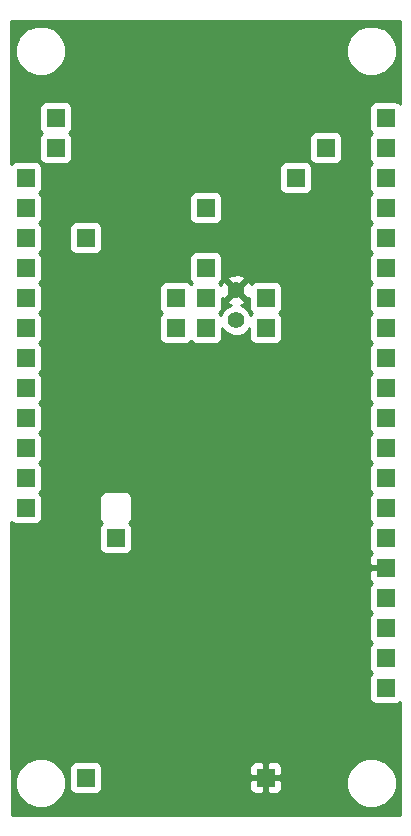
<source format=gbl>
G04 (created by PCBNEW (25-Oct-2014 BZR 4029)-stable) date IDT 23:59:30 2015 ספט 30 ד'*
%MOIN*%
G04 Gerber Fmt 3.4, Leading zero omitted, Abs format*
%FSLAX34Y34*%
G01*
G70*
G90*
G04 APERTURE LIST*
%ADD10C,0.00590551*%
%ADD11R,0.0590551X0.0590551*%
%ADD12C,0.055*%
%ADD13C,0.027*%
%ADD14C,0.01*%
G04 APERTURE END LIST*
G54D10*
G54D11*
X43000Y-42000D03*
X43000Y-30000D03*
X43000Y-41000D03*
X43000Y-31000D03*
X32000Y-29000D03*
X41000Y-30000D03*
X40000Y-31000D03*
X43000Y-47000D03*
X33000Y-51000D03*
X39000Y-51000D03*
X31000Y-42000D03*
X39000Y-35000D03*
X37000Y-34000D03*
X36000Y-34000D03*
X36000Y-35000D03*
X43000Y-35000D03*
X31000Y-31000D03*
X43000Y-43000D03*
X43000Y-29000D03*
X43000Y-40000D03*
X43000Y-45000D03*
X43000Y-44000D03*
X34000Y-43000D03*
X43000Y-46000D03*
X43000Y-32000D03*
X43000Y-39000D03*
X43000Y-33000D03*
X43000Y-38000D03*
X43000Y-37000D03*
X43000Y-34000D03*
X43000Y-36000D03*
X39000Y-36000D03*
X36000Y-36000D03*
X37000Y-36000D03*
G54D12*
X38000Y-34750D03*
X38000Y-35750D03*
G54D11*
X43000Y-48000D03*
X37000Y-32000D03*
X31000Y-32000D03*
X32000Y-30000D03*
X31000Y-41000D03*
X31000Y-39000D03*
X31000Y-33000D03*
X31000Y-40000D03*
X33000Y-33000D03*
X31000Y-34000D03*
X31000Y-38000D03*
X31000Y-37000D03*
X31000Y-35000D03*
X31000Y-36000D03*
X37000Y-35000D03*
G54D13*
X35750Y-29500D03*
X40050Y-46500D03*
X39001Y-29539D03*
X39250Y-45019D03*
X40685Y-41081D03*
X39446Y-41177D03*
X38500Y-38564D03*
X38513Y-37440D03*
X38200Y-46600D03*
X34500Y-36651D03*
X34447Y-41093D03*
X38188Y-40060D03*
X34480Y-47066D03*
X32762Y-46952D03*
X31582Y-45779D03*
X35842Y-51028D03*
X36938Y-40060D03*
X35694Y-41093D03*
G54D10*
G36*
X43480Y-52230D02*
X43360Y-52230D01*
X43360Y-51014D01*
X43232Y-50705D01*
X42996Y-50468D01*
X42687Y-50340D01*
X42353Y-50340D01*
X42044Y-50468D01*
X41807Y-50704D01*
X41679Y-51013D01*
X41679Y-51347D01*
X41806Y-51656D01*
X42042Y-51893D01*
X42351Y-52021D01*
X42686Y-52021D01*
X42995Y-51894D01*
X43231Y-51657D01*
X43360Y-51349D01*
X43360Y-51014D01*
X43360Y-52230D01*
X41545Y-52230D01*
X41545Y-30245D01*
X41545Y-29655D01*
X41507Y-29563D01*
X41437Y-29492D01*
X41345Y-29454D01*
X41245Y-29454D01*
X40655Y-29454D01*
X40563Y-29492D01*
X40492Y-29562D01*
X40454Y-29654D01*
X40454Y-29754D01*
X40454Y-30344D01*
X40492Y-30436D01*
X40562Y-30507D01*
X40654Y-30545D01*
X40754Y-30545D01*
X41344Y-30545D01*
X41436Y-30507D01*
X41507Y-30437D01*
X41545Y-30345D01*
X41545Y-30245D01*
X41545Y-52230D01*
X40545Y-52230D01*
X40545Y-31245D01*
X40545Y-30655D01*
X40507Y-30563D01*
X40437Y-30492D01*
X40345Y-30454D01*
X40245Y-30454D01*
X39655Y-30454D01*
X39563Y-30492D01*
X39492Y-30562D01*
X39454Y-30654D01*
X39454Y-30754D01*
X39454Y-31344D01*
X39492Y-31436D01*
X39562Y-31507D01*
X39654Y-31545D01*
X39754Y-31545D01*
X40344Y-31545D01*
X40436Y-31507D01*
X40507Y-31437D01*
X40545Y-31345D01*
X40545Y-31245D01*
X40545Y-52230D01*
X39545Y-52230D01*
X39545Y-51245D01*
X39545Y-50754D01*
X39545Y-36245D01*
X39545Y-35655D01*
X39507Y-35563D01*
X39444Y-35499D01*
X39507Y-35437D01*
X39545Y-35345D01*
X39545Y-35245D01*
X39545Y-34655D01*
X39507Y-34563D01*
X39437Y-34492D01*
X39345Y-34454D01*
X39245Y-34454D01*
X38655Y-34454D01*
X38563Y-34492D01*
X38495Y-34560D01*
X38460Y-34477D01*
X38367Y-34452D01*
X38297Y-34523D01*
X38297Y-34382D01*
X38272Y-34289D01*
X38075Y-34220D01*
X37867Y-34231D01*
X37727Y-34289D01*
X37702Y-34382D01*
X38000Y-34679D01*
X38297Y-34382D01*
X38297Y-34523D01*
X38070Y-34750D01*
X38367Y-35047D01*
X38454Y-35024D01*
X38454Y-35344D01*
X38492Y-35436D01*
X38555Y-35500D01*
X38492Y-35562D01*
X38491Y-35565D01*
X38445Y-35453D01*
X38297Y-35305D01*
X38171Y-35252D01*
X38272Y-35210D01*
X38297Y-35117D01*
X38000Y-34820D01*
X37702Y-35117D01*
X37727Y-35210D01*
X37837Y-35249D01*
X37703Y-35304D01*
X37555Y-35452D01*
X37508Y-35565D01*
X37507Y-35563D01*
X37444Y-35499D01*
X37507Y-35437D01*
X37545Y-35345D01*
X37545Y-35245D01*
X37545Y-35024D01*
X37632Y-35047D01*
X37929Y-34750D01*
X37632Y-34452D01*
X37539Y-34477D01*
X37508Y-34565D01*
X37507Y-34563D01*
X37444Y-34499D01*
X37507Y-34437D01*
X37545Y-34345D01*
X37545Y-34245D01*
X37545Y-33655D01*
X37545Y-32245D01*
X37545Y-31655D01*
X37507Y-31563D01*
X37437Y-31492D01*
X37345Y-31454D01*
X37245Y-31454D01*
X36655Y-31454D01*
X36563Y-31492D01*
X36492Y-31562D01*
X36454Y-31654D01*
X36454Y-31754D01*
X36454Y-32344D01*
X36492Y-32436D01*
X36562Y-32507D01*
X36654Y-32545D01*
X36754Y-32545D01*
X37344Y-32545D01*
X37436Y-32507D01*
X37507Y-32437D01*
X37545Y-32345D01*
X37545Y-32245D01*
X37545Y-33655D01*
X37507Y-33563D01*
X37437Y-33492D01*
X37345Y-33454D01*
X37245Y-33454D01*
X36655Y-33454D01*
X36563Y-33492D01*
X36492Y-33562D01*
X36454Y-33654D01*
X36454Y-33754D01*
X36454Y-34344D01*
X36492Y-34436D01*
X36555Y-34500D01*
X36499Y-34555D01*
X36437Y-34492D01*
X36345Y-34454D01*
X36245Y-34454D01*
X35655Y-34454D01*
X35563Y-34492D01*
X35492Y-34562D01*
X35454Y-34654D01*
X35454Y-34754D01*
X35454Y-35344D01*
X35492Y-35436D01*
X35555Y-35500D01*
X35492Y-35562D01*
X35454Y-35654D01*
X35454Y-35754D01*
X35454Y-36344D01*
X35492Y-36436D01*
X35562Y-36507D01*
X35654Y-36545D01*
X35754Y-36545D01*
X36344Y-36545D01*
X36436Y-36507D01*
X36500Y-36444D01*
X36562Y-36507D01*
X36654Y-36545D01*
X36754Y-36545D01*
X37344Y-36545D01*
X37436Y-36507D01*
X37507Y-36437D01*
X37545Y-36345D01*
X37545Y-36245D01*
X37545Y-36024D01*
X37554Y-36047D01*
X37702Y-36194D01*
X37895Y-36274D01*
X38103Y-36275D01*
X38297Y-36195D01*
X38444Y-36047D01*
X38454Y-36024D01*
X38454Y-36344D01*
X38492Y-36436D01*
X38562Y-36507D01*
X38654Y-36545D01*
X38754Y-36545D01*
X39344Y-36545D01*
X39436Y-36507D01*
X39507Y-36437D01*
X39545Y-36345D01*
X39545Y-36245D01*
X39545Y-50754D01*
X39545Y-50654D01*
X39507Y-50562D01*
X39436Y-50492D01*
X39344Y-50454D01*
X39112Y-50454D01*
X39050Y-50517D01*
X39050Y-50950D01*
X39482Y-50950D01*
X39545Y-50887D01*
X39545Y-50754D01*
X39545Y-51245D01*
X39545Y-51112D01*
X39482Y-51050D01*
X39050Y-51050D01*
X39050Y-51482D01*
X39112Y-51545D01*
X39344Y-51545D01*
X39436Y-51507D01*
X39507Y-51437D01*
X39545Y-51345D01*
X39545Y-51245D01*
X39545Y-52230D01*
X38950Y-52230D01*
X38950Y-51482D01*
X38950Y-51050D01*
X38950Y-50950D01*
X38950Y-50517D01*
X38887Y-50454D01*
X38655Y-50454D01*
X38563Y-50492D01*
X38492Y-50562D01*
X38454Y-50654D01*
X38454Y-50754D01*
X38454Y-50887D01*
X38517Y-50950D01*
X38950Y-50950D01*
X38950Y-51050D01*
X38517Y-51050D01*
X38454Y-51112D01*
X38454Y-51245D01*
X38454Y-51345D01*
X38492Y-51437D01*
X38563Y-51507D01*
X38655Y-51545D01*
X38887Y-51545D01*
X38950Y-51482D01*
X38950Y-52230D01*
X34545Y-52230D01*
X34545Y-43245D01*
X34545Y-42655D01*
X34507Y-42563D01*
X34444Y-42499D01*
X34507Y-42437D01*
X34545Y-42345D01*
X34545Y-42245D01*
X34545Y-41655D01*
X34507Y-41563D01*
X34437Y-41492D01*
X34345Y-41454D01*
X34245Y-41454D01*
X33655Y-41454D01*
X33563Y-41492D01*
X33545Y-41510D01*
X33545Y-33245D01*
X33545Y-32655D01*
X33507Y-32563D01*
X33437Y-32492D01*
X33345Y-32454D01*
X33245Y-32454D01*
X32655Y-32454D01*
X32563Y-32492D01*
X32545Y-32510D01*
X32545Y-30245D01*
X32545Y-29655D01*
X32507Y-29563D01*
X32444Y-29499D01*
X32507Y-29437D01*
X32545Y-29345D01*
X32545Y-29245D01*
X32545Y-28655D01*
X32507Y-28563D01*
X32437Y-28492D01*
X32345Y-28454D01*
X32336Y-28454D01*
X32336Y-26605D01*
X32209Y-26296D01*
X31972Y-26059D01*
X31663Y-25931D01*
X31329Y-25931D01*
X31020Y-26058D01*
X30783Y-26294D01*
X30655Y-26603D01*
X30655Y-26938D01*
X30783Y-27247D01*
X31019Y-27483D01*
X31328Y-27612D01*
X31662Y-27612D01*
X31971Y-27484D01*
X32208Y-27248D01*
X32336Y-26939D01*
X32336Y-26605D01*
X32336Y-28454D01*
X32245Y-28454D01*
X31655Y-28454D01*
X31563Y-28492D01*
X31492Y-28562D01*
X31454Y-28654D01*
X31454Y-28754D01*
X31454Y-29344D01*
X31492Y-29436D01*
X31555Y-29500D01*
X31492Y-29562D01*
X31454Y-29654D01*
X31454Y-29754D01*
X31454Y-30344D01*
X31492Y-30436D01*
X31562Y-30507D01*
X31654Y-30545D01*
X31754Y-30545D01*
X32344Y-30545D01*
X32436Y-30507D01*
X32507Y-30437D01*
X32545Y-30345D01*
X32545Y-30245D01*
X32545Y-32510D01*
X32492Y-32562D01*
X32454Y-32654D01*
X32454Y-32754D01*
X32454Y-33344D01*
X32492Y-33436D01*
X32562Y-33507D01*
X32654Y-33545D01*
X32754Y-33545D01*
X33344Y-33545D01*
X33436Y-33507D01*
X33507Y-33437D01*
X33545Y-33345D01*
X33545Y-33245D01*
X33545Y-41510D01*
X33492Y-41562D01*
X33454Y-41654D01*
X33454Y-41754D01*
X33454Y-42344D01*
X33492Y-42436D01*
X33555Y-42500D01*
X33492Y-42562D01*
X33454Y-42654D01*
X33454Y-42754D01*
X33454Y-43344D01*
X33492Y-43436D01*
X33562Y-43507D01*
X33654Y-43545D01*
X33754Y-43545D01*
X34344Y-43545D01*
X34436Y-43507D01*
X34507Y-43437D01*
X34545Y-43345D01*
X34545Y-43245D01*
X34545Y-52230D01*
X33545Y-52230D01*
X33545Y-51245D01*
X33545Y-50655D01*
X33507Y-50563D01*
X33437Y-50492D01*
X33345Y-50454D01*
X33245Y-50454D01*
X32655Y-50454D01*
X32563Y-50492D01*
X32492Y-50562D01*
X32454Y-50654D01*
X32454Y-50754D01*
X32454Y-51344D01*
X32492Y-51436D01*
X32562Y-51507D01*
X32654Y-51545D01*
X32754Y-51545D01*
X33344Y-51545D01*
X33436Y-51507D01*
X33507Y-51437D01*
X33545Y-51345D01*
X33545Y-51245D01*
X33545Y-52230D01*
X32336Y-52230D01*
X32336Y-51014D01*
X32209Y-50705D01*
X31972Y-50468D01*
X31663Y-50340D01*
X31329Y-50340D01*
X31020Y-50468D01*
X30783Y-50704D01*
X30655Y-51013D01*
X30655Y-51347D01*
X30783Y-51656D01*
X31019Y-51893D01*
X31328Y-52021D01*
X31662Y-52021D01*
X31971Y-51894D01*
X32208Y-51657D01*
X32336Y-51349D01*
X32336Y-51014D01*
X32336Y-52230D01*
X30547Y-52230D01*
X30519Y-49225D01*
X30519Y-42463D01*
X30562Y-42507D01*
X30654Y-42545D01*
X30754Y-42545D01*
X31344Y-42545D01*
X31436Y-42507D01*
X31507Y-42437D01*
X31545Y-42345D01*
X31545Y-42245D01*
X31545Y-41655D01*
X31507Y-41563D01*
X31444Y-41499D01*
X31507Y-41437D01*
X31545Y-41345D01*
X31545Y-41245D01*
X31545Y-40655D01*
X31507Y-40563D01*
X31444Y-40499D01*
X31507Y-40437D01*
X31545Y-40345D01*
X31545Y-40245D01*
X31545Y-39655D01*
X31507Y-39563D01*
X31444Y-39499D01*
X31507Y-39437D01*
X31545Y-39345D01*
X31545Y-39245D01*
X31545Y-38655D01*
X31507Y-38563D01*
X31444Y-38499D01*
X31507Y-38437D01*
X31545Y-38345D01*
X31545Y-38245D01*
X31545Y-37655D01*
X31507Y-37563D01*
X31444Y-37499D01*
X31507Y-37437D01*
X31545Y-37345D01*
X31545Y-37245D01*
X31545Y-36655D01*
X31507Y-36563D01*
X31444Y-36499D01*
X31507Y-36437D01*
X31545Y-36345D01*
X31545Y-36245D01*
X31545Y-35655D01*
X31507Y-35563D01*
X31444Y-35499D01*
X31507Y-35437D01*
X31545Y-35345D01*
X31545Y-35245D01*
X31545Y-34655D01*
X31507Y-34563D01*
X31444Y-34499D01*
X31507Y-34437D01*
X31545Y-34345D01*
X31545Y-34245D01*
X31545Y-33655D01*
X31507Y-33563D01*
X31444Y-33499D01*
X31507Y-33437D01*
X31545Y-33345D01*
X31545Y-33245D01*
X31545Y-32655D01*
X31507Y-32563D01*
X31444Y-32499D01*
X31507Y-32437D01*
X31545Y-32345D01*
X31545Y-32245D01*
X31545Y-31655D01*
X31507Y-31563D01*
X31444Y-31499D01*
X31507Y-31437D01*
X31545Y-31345D01*
X31545Y-31245D01*
X31545Y-30655D01*
X31507Y-30563D01*
X31437Y-30492D01*
X31345Y-30454D01*
X31245Y-30454D01*
X30655Y-30454D01*
X30563Y-30492D01*
X30519Y-30536D01*
X30519Y-25769D01*
X43480Y-25769D01*
X43480Y-28536D01*
X43437Y-28492D01*
X43360Y-28461D01*
X43360Y-26605D01*
X43232Y-26296D01*
X42996Y-26059D01*
X42687Y-25931D01*
X42353Y-25931D01*
X42044Y-26058D01*
X41807Y-26294D01*
X41679Y-26603D01*
X41679Y-26938D01*
X41806Y-27247D01*
X42042Y-27483D01*
X42351Y-27612D01*
X42686Y-27612D01*
X42995Y-27484D01*
X43231Y-27248D01*
X43360Y-26939D01*
X43360Y-26605D01*
X43360Y-28461D01*
X43345Y-28454D01*
X43245Y-28454D01*
X42655Y-28454D01*
X42563Y-28492D01*
X42492Y-28562D01*
X42454Y-28654D01*
X42454Y-28754D01*
X42454Y-29344D01*
X42492Y-29436D01*
X42555Y-29500D01*
X42492Y-29562D01*
X42454Y-29654D01*
X42454Y-29754D01*
X42454Y-30344D01*
X42492Y-30436D01*
X42555Y-30500D01*
X42492Y-30562D01*
X42454Y-30654D01*
X42454Y-30754D01*
X42454Y-31344D01*
X42492Y-31436D01*
X42555Y-31500D01*
X42492Y-31562D01*
X42454Y-31654D01*
X42454Y-31754D01*
X42454Y-32344D01*
X42492Y-32436D01*
X42555Y-32500D01*
X42492Y-32562D01*
X42454Y-32654D01*
X42454Y-32754D01*
X42454Y-33344D01*
X42492Y-33436D01*
X42555Y-33500D01*
X42492Y-33562D01*
X42454Y-33654D01*
X42454Y-33754D01*
X42454Y-34344D01*
X42492Y-34436D01*
X42555Y-34500D01*
X42492Y-34562D01*
X42454Y-34654D01*
X42454Y-34754D01*
X42454Y-35344D01*
X42492Y-35436D01*
X42555Y-35500D01*
X42492Y-35562D01*
X42454Y-35654D01*
X42454Y-35754D01*
X42454Y-36344D01*
X42492Y-36436D01*
X42555Y-36500D01*
X42492Y-36562D01*
X42454Y-36654D01*
X42454Y-36754D01*
X42454Y-37344D01*
X42492Y-37436D01*
X42555Y-37500D01*
X42492Y-37562D01*
X42454Y-37654D01*
X42454Y-37754D01*
X42454Y-38344D01*
X42492Y-38436D01*
X42555Y-38500D01*
X42492Y-38562D01*
X42454Y-38654D01*
X42454Y-38754D01*
X42454Y-39344D01*
X42492Y-39436D01*
X42555Y-39500D01*
X42492Y-39562D01*
X42454Y-39654D01*
X42454Y-39754D01*
X42454Y-40344D01*
X42492Y-40436D01*
X42555Y-40500D01*
X42492Y-40562D01*
X42454Y-40654D01*
X42454Y-40754D01*
X42454Y-41344D01*
X42492Y-41436D01*
X42555Y-41500D01*
X42492Y-41562D01*
X42454Y-41654D01*
X42454Y-41754D01*
X42454Y-42344D01*
X42492Y-42436D01*
X42555Y-42500D01*
X42492Y-42562D01*
X42454Y-42654D01*
X42454Y-42754D01*
X42454Y-43344D01*
X42492Y-43436D01*
X42555Y-43500D01*
X42492Y-43563D01*
X42454Y-43655D01*
X42454Y-43887D01*
X42517Y-43950D01*
X42950Y-43950D01*
X42950Y-43942D01*
X43050Y-43942D01*
X43050Y-43950D01*
X43057Y-43950D01*
X43057Y-44050D01*
X43050Y-44050D01*
X43050Y-44057D01*
X42950Y-44057D01*
X42950Y-44050D01*
X42517Y-44050D01*
X42454Y-44112D01*
X42454Y-44344D01*
X42492Y-44436D01*
X42555Y-44500D01*
X42492Y-44562D01*
X42454Y-44654D01*
X42454Y-44754D01*
X42454Y-45344D01*
X42492Y-45436D01*
X42555Y-45500D01*
X42492Y-45562D01*
X42454Y-45654D01*
X42454Y-45754D01*
X42454Y-46344D01*
X42492Y-46436D01*
X42555Y-46500D01*
X42492Y-46562D01*
X42454Y-46654D01*
X42454Y-46754D01*
X42454Y-47344D01*
X42492Y-47436D01*
X42555Y-47500D01*
X42492Y-47562D01*
X42454Y-47654D01*
X42454Y-47754D01*
X42454Y-48344D01*
X42492Y-48436D01*
X42562Y-48507D01*
X42654Y-48545D01*
X42754Y-48545D01*
X43344Y-48545D01*
X43436Y-48507D01*
X43480Y-48463D01*
X43480Y-52230D01*
X43480Y-52230D01*
G37*
G54D14*
X43480Y-52230D02*
X43360Y-52230D01*
X43360Y-51014D01*
X43232Y-50705D01*
X42996Y-50468D01*
X42687Y-50340D01*
X42353Y-50340D01*
X42044Y-50468D01*
X41807Y-50704D01*
X41679Y-51013D01*
X41679Y-51347D01*
X41806Y-51656D01*
X42042Y-51893D01*
X42351Y-52021D01*
X42686Y-52021D01*
X42995Y-51894D01*
X43231Y-51657D01*
X43360Y-51349D01*
X43360Y-51014D01*
X43360Y-52230D01*
X41545Y-52230D01*
X41545Y-30245D01*
X41545Y-29655D01*
X41507Y-29563D01*
X41437Y-29492D01*
X41345Y-29454D01*
X41245Y-29454D01*
X40655Y-29454D01*
X40563Y-29492D01*
X40492Y-29562D01*
X40454Y-29654D01*
X40454Y-29754D01*
X40454Y-30344D01*
X40492Y-30436D01*
X40562Y-30507D01*
X40654Y-30545D01*
X40754Y-30545D01*
X41344Y-30545D01*
X41436Y-30507D01*
X41507Y-30437D01*
X41545Y-30345D01*
X41545Y-30245D01*
X41545Y-52230D01*
X40545Y-52230D01*
X40545Y-31245D01*
X40545Y-30655D01*
X40507Y-30563D01*
X40437Y-30492D01*
X40345Y-30454D01*
X40245Y-30454D01*
X39655Y-30454D01*
X39563Y-30492D01*
X39492Y-30562D01*
X39454Y-30654D01*
X39454Y-30754D01*
X39454Y-31344D01*
X39492Y-31436D01*
X39562Y-31507D01*
X39654Y-31545D01*
X39754Y-31545D01*
X40344Y-31545D01*
X40436Y-31507D01*
X40507Y-31437D01*
X40545Y-31345D01*
X40545Y-31245D01*
X40545Y-52230D01*
X39545Y-52230D01*
X39545Y-51245D01*
X39545Y-50754D01*
X39545Y-36245D01*
X39545Y-35655D01*
X39507Y-35563D01*
X39444Y-35499D01*
X39507Y-35437D01*
X39545Y-35345D01*
X39545Y-35245D01*
X39545Y-34655D01*
X39507Y-34563D01*
X39437Y-34492D01*
X39345Y-34454D01*
X39245Y-34454D01*
X38655Y-34454D01*
X38563Y-34492D01*
X38495Y-34560D01*
X38460Y-34477D01*
X38367Y-34452D01*
X38297Y-34523D01*
X38297Y-34382D01*
X38272Y-34289D01*
X38075Y-34220D01*
X37867Y-34231D01*
X37727Y-34289D01*
X37702Y-34382D01*
X38000Y-34679D01*
X38297Y-34382D01*
X38297Y-34523D01*
X38070Y-34750D01*
X38367Y-35047D01*
X38454Y-35024D01*
X38454Y-35344D01*
X38492Y-35436D01*
X38555Y-35500D01*
X38492Y-35562D01*
X38491Y-35565D01*
X38445Y-35453D01*
X38297Y-35305D01*
X38171Y-35252D01*
X38272Y-35210D01*
X38297Y-35117D01*
X38000Y-34820D01*
X37702Y-35117D01*
X37727Y-35210D01*
X37837Y-35249D01*
X37703Y-35304D01*
X37555Y-35452D01*
X37508Y-35565D01*
X37507Y-35563D01*
X37444Y-35499D01*
X37507Y-35437D01*
X37545Y-35345D01*
X37545Y-35245D01*
X37545Y-35024D01*
X37632Y-35047D01*
X37929Y-34750D01*
X37632Y-34452D01*
X37539Y-34477D01*
X37508Y-34565D01*
X37507Y-34563D01*
X37444Y-34499D01*
X37507Y-34437D01*
X37545Y-34345D01*
X37545Y-34245D01*
X37545Y-33655D01*
X37545Y-32245D01*
X37545Y-31655D01*
X37507Y-31563D01*
X37437Y-31492D01*
X37345Y-31454D01*
X37245Y-31454D01*
X36655Y-31454D01*
X36563Y-31492D01*
X36492Y-31562D01*
X36454Y-31654D01*
X36454Y-31754D01*
X36454Y-32344D01*
X36492Y-32436D01*
X36562Y-32507D01*
X36654Y-32545D01*
X36754Y-32545D01*
X37344Y-32545D01*
X37436Y-32507D01*
X37507Y-32437D01*
X37545Y-32345D01*
X37545Y-32245D01*
X37545Y-33655D01*
X37507Y-33563D01*
X37437Y-33492D01*
X37345Y-33454D01*
X37245Y-33454D01*
X36655Y-33454D01*
X36563Y-33492D01*
X36492Y-33562D01*
X36454Y-33654D01*
X36454Y-33754D01*
X36454Y-34344D01*
X36492Y-34436D01*
X36555Y-34500D01*
X36499Y-34555D01*
X36437Y-34492D01*
X36345Y-34454D01*
X36245Y-34454D01*
X35655Y-34454D01*
X35563Y-34492D01*
X35492Y-34562D01*
X35454Y-34654D01*
X35454Y-34754D01*
X35454Y-35344D01*
X35492Y-35436D01*
X35555Y-35500D01*
X35492Y-35562D01*
X35454Y-35654D01*
X35454Y-35754D01*
X35454Y-36344D01*
X35492Y-36436D01*
X35562Y-36507D01*
X35654Y-36545D01*
X35754Y-36545D01*
X36344Y-36545D01*
X36436Y-36507D01*
X36500Y-36444D01*
X36562Y-36507D01*
X36654Y-36545D01*
X36754Y-36545D01*
X37344Y-36545D01*
X37436Y-36507D01*
X37507Y-36437D01*
X37545Y-36345D01*
X37545Y-36245D01*
X37545Y-36024D01*
X37554Y-36047D01*
X37702Y-36194D01*
X37895Y-36274D01*
X38103Y-36275D01*
X38297Y-36195D01*
X38444Y-36047D01*
X38454Y-36024D01*
X38454Y-36344D01*
X38492Y-36436D01*
X38562Y-36507D01*
X38654Y-36545D01*
X38754Y-36545D01*
X39344Y-36545D01*
X39436Y-36507D01*
X39507Y-36437D01*
X39545Y-36345D01*
X39545Y-36245D01*
X39545Y-50754D01*
X39545Y-50654D01*
X39507Y-50562D01*
X39436Y-50492D01*
X39344Y-50454D01*
X39112Y-50454D01*
X39050Y-50517D01*
X39050Y-50950D01*
X39482Y-50950D01*
X39545Y-50887D01*
X39545Y-50754D01*
X39545Y-51245D01*
X39545Y-51112D01*
X39482Y-51050D01*
X39050Y-51050D01*
X39050Y-51482D01*
X39112Y-51545D01*
X39344Y-51545D01*
X39436Y-51507D01*
X39507Y-51437D01*
X39545Y-51345D01*
X39545Y-51245D01*
X39545Y-52230D01*
X38950Y-52230D01*
X38950Y-51482D01*
X38950Y-51050D01*
X38950Y-50950D01*
X38950Y-50517D01*
X38887Y-50454D01*
X38655Y-50454D01*
X38563Y-50492D01*
X38492Y-50562D01*
X38454Y-50654D01*
X38454Y-50754D01*
X38454Y-50887D01*
X38517Y-50950D01*
X38950Y-50950D01*
X38950Y-51050D01*
X38517Y-51050D01*
X38454Y-51112D01*
X38454Y-51245D01*
X38454Y-51345D01*
X38492Y-51437D01*
X38563Y-51507D01*
X38655Y-51545D01*
X38887Y-51545D01*
X38950Y-51482D01*
X38950Y-52230D01*
X34545Y-52230D01*
X34545Y-43245D01*
X34545Y-42655D01*
X34507Y-42563D01*
X34444Y-42499D01*
X34507Y-42437D01*
X34545Y-42345D01*
X34545Y-42245D01*
X34545Y-41655D01*
X34507Y-41563D01*
X34437Y-41492D01*
X34345Y-41454D01*
X34245Y-41454D01*
X33655Y-41454D01*
X33563Y-41492D01*
X33545Y-41510D01*
X33545Y-33245D01*
X33545Y-32655D01*
X33507Y-32563D01*
X33437Y-32492D01*
X33345Y-32454D01*
X33245Y-32454D01*
X32655Y-32454D01*
X32563Y-32492D01*
X32545Y-32510D01*
X32545Y-30245D01*
X32545Y-29655D01*
X32507Y-29563D01*
X32444Y-29499D01*
X32507Y-29437D01*
X32545Y-29345D01*
X32545Y-29245D01*
X32545Y-28655D01*
X32507Y-28563D01*
X32437Y-28492D01*
X32345Y-28454D01*
X32336Y-28454D01*
X32336Y-26605D01*
X32209Y-26296D01*
X31972Y-26059D01*
X31663Y-25931D01*
X31329Y-25931D01*
X31020Y-26058D01*
X30783Y-26294D01*
X30655Y-26603D01*
X30655Y-26938D01*
X30783Y-27247D01*
X31019Y-27483D01*
X31328Y-27612D01*
X31662Y-27612D01*
X31971Y-27484D01*
X32208Y-27248D01*
X32336Y-26939D01*
X32336Y-26605D01*
X32336Y-28454D01*
X32245Y-28454D01*
X31655Y-28454D01*
X31563Y-28492D01*
X31492Y-28562D01*
X31454Y-28654D01*
X31454Y-28754D01*
X31454Y-29344D01*
X31492Y-29436D01*
X31555Y-29500D01*
X31492Y-29562D01*
X31454Y-29654D01*
X31454Y-29754D01*
X31454Y-30344D01*
X31492Y-30436D01*
X31562Y-30507D01*
X31654Y-30545D01*
X31754Y-30545D01*
X32344Y-30545D01*
X32436Y-30507D01*
X32507Y-30437D01*
X32545Y-30345D01*
X32545Y-30245D01*
X32545Y-32510D01*
X32492Y-32562D01*
X32454Y-32654D01*
X32454Y-32754D01*
X32454Y-33344D01*
X32492Y-33436D01*
X32562Y-33507D01*
X32654Y-33545D01*
X32754Y-33545D01*
X33344Y-33545D01*
X33436Y-33507D01*
X33507Y-33437D01*
X33545Y-33345D01*
X33545Y-33245D01*
X33545Y-41510D01*
X33492Y-41562D01*
X33454Y-41654D01*
X33454Y-41754D01*
X33454Y-42344D01*
X33492Y-42436D01*
X33555Y-42500D01*
X33492Y-42562D01*
X33454Y-42654D01*
X33454Y-42754D01*
X33454Y-43344D01*
X33492Y-43436D01*
X33562Y-43507D01*
X33654Y-43545D01*
X33754Y-43545D01*
X34344Y-43545D01*
X34436Y-43507D01*
X34507Y-43437D01*
X34545Y-43345D01*
X34545Y-43245D01*
X34545Y-52230D01*
X33545Y-52230D01*
X33545Y-51245D01*
X33545Y-50655D01*
X33507Y-50563D01*
X33437Y-50492D01*
X33345Y-50454D01*
X33245Y-50454D01*
X32655Y-50454D01*
X32563Y-50492D01*
X32492Y-50562D01*
X32454Y-50654D01*
X32454Y-50754D01*
X32454Y-51344D01*
X32492Y-51436D01*
X32562Y-51507D01*
X32654Y-51545D01*
X32754Y-51545D01*
X33344Y-51545D01*
X33436Y-51507D01*
X33507Y-51437D01*
X33545Y-51345D01*
X33545Y-51245D01*
X33545Y-52230D01*
X32336Y-52230D01*
X32336Y-51014D01*
X32209Y-50705D01*
X31972Y-50468D01*
X31663Y-50340D01*
X31329Y-50340D01*
X31020Y-50468D01*
X30783Y-50704D01*
X30655Y-51013D01*
X30655Y-51347D01*
X30783Y-51656D01*
X31019Y-51893D01*
X31328Y-52021D01*
X31662Y-52021D01*
X31971Y-51894D01*
X32208Y-51657D01*
X32336Y-51349D01*
X32336Y-51014D01*
X32336Y-52230D01*
X30547Y-52230D01*
X30519Y-49225D01*
X30519Y-42463D01*
X30562Y-42507D01*
X30654Y-42545D01*
X30754Y-42545D01*
X31344Y-42545D01*
X31436Y-42507D01*
X31507Y-42437D01*
X31545Y-42345D01*
X31545Y-42245D01*
X31545Y-41655D01*
X31507Y-41563D01*
X31444Y-41499D01*
X31507Y-41437D01*
X31545Y-41345D01*
X31545Y-41245D01*
X31545Y-40655D01*
X31507Y-40563D01*
X31444Y-40499D01*
X31507Y-40437D01*
X31545Y-40345D01*
X31545Y-40245D01*
X31545Y-39655D01*
X31507Y-39563D01*
X31444Y-39499D01*
X31507Y-39437D01*
X31545Y-39345D01*
X31545Y-39245D01*
X31545Y-38655D01*
X31507Y-38563D01*
X31444Y-38499D01*
X31507Y-38437D01*
X31545Y-38345D01*
X31545Y-38245D01*
X31545Y-37655D01*
X31507Y-37563D01*
X31444Y-37499D01*
X31507Y-37437D01*
X31545Y-37345D01*
X31545Y-37245D01*
X31545Y-36655D01*
X31507Y-36563D01*
X31444Y-36499D01*
X31507Y-36437D01*
X31545Y-36345D01*
X31545Y-36245D01*
X31545Y-35655D01*
X31507Y-35563D01*
X31444Y-35499D01*
X31507Y-35437D01*
X31545Y-35345D01*
X31545Y-35245D01*
X31545Y-34655D01*
X31507Y-34563D01*
X31444Y-34499D01*
X31507Y-34437D01*
X31545Y-34345D01*
X31545Y-34245D01*
X31545Y-33655D01*
X31507Y-33563D01*
X31444Y-33499D01*
X31507Y-33437D01*
X31545Y-33345D01*
X31545Y-33245D01*
X31545Y-32655D01*
X31507Y-32563D01*
X31444Y-32499D01*
X31507Y-32437D01*
X31545Y-32345D01*
X31545Y-32245D01*
X31545Y-31655D01*
X31507Y-31563D01*
X31444Y-31499D01*
X31507Y-31437D01*
X31545Y-31345D01*
X31545Y-31245D01*
X31545Y-30655D01*
X31507Y-30563D01*
X31437Y-30492D01*
X31345Y-30454D01*
X31245Y-30454D01*
X30655Y-30454D01*
X30563Y-30492D01*
X30519Y-30536D01*
X30519Y-25769D01*
X43480Y-25769D01*
X43480Y-28536D01*
X43437Y-28492D01*
X43360Y-28461D01*
X43360Y-26605D01*
X43232Y-26296D01*
X42996Y-26059D01*
X42687Y-25931D01*
X42353Y-25931D01*
X42044Y-26058D01*
X41807Y-26294D01*
X41679Y-26603D01*
X41679Y-26938D01*
X41806Y-27247D01*
X42042Y-27483D01*
X42351Y-27612D01*
X42686Y-27612D01*
X42995Y-27484D01*
X43231Y-27248D01*
X43360Y-26939D01*
X43360Y-26605D01*
X43360Y-28461D01*
X43345Y-28454D01*
X43245Y-28454D01*
X42655Y-28454D01*
X42563Y-28492D01*
X42492Y-28562D01*
X42454Y-28654D01*
X42454Y-28754D01*
X42454Y-29344D01*
X42492Y-29436D01*
X42555Y-29500D01*
X42492Y-29562D01*
X42454Y-29654D01*
X42454Y-29754D01*
X42454Y-30344D01*
X42492Y-30436D01*
X42555Y-30500D01*
X42492Y-30562D01*
X42454Y-30654D01*
X42454Y-30754D01*
X42454Y-31344D01*
X42492Y-31436D01*
X42555Y-31500D01*
X42492Y-31562D01*
X42454Y-31654D01*
X42454Y-31754D01*
X42454Y-32344D01*
X42492Y-32436D01*
X42555Y-32500D01*
X42492Y-32562D01*
X42454Y-32654D01*
X42454Y-32754D01*
X42454Y-33344D01*
X42492Y-33436D01*
X42555Y-33500D01*
X42492Y-33562D01*
X42454Y-33654D01*
X42454Y-33754D01*
X42454Y-34344D01*
X42492Y-34436D01*
X42555Y-34500D01*
X42492Y-34562D01*
X42454Y-34654D01*
X42454Y-34754D01*
X42454Y-35344D01*
X42492Y-35436D01*
X42555Y-35500D01*
X42492Y-35562D01*
X42454Y-35654D01*
X42454Y-35754D01*
X42454Y-36344D01*
X42492Y-36436D01*
X42555Y-36500D01*
X42492Y-36562D01*
X42454Y-36654D01*
X42454Y-36754D01*
X42454Y-37344D01*
X42492Y-37436D01*
X42555Y-37500D01*
X42492Y-37562D01*
X42454Y-37654D01*
X42454Y-37754D01*
X42454Y-38344D01*
X42492Y-38436D01*
X42555Y-38500D01*
X42492Y-38562D01*
X42454Y-38654D01*
X42454Y-38754D01*
X42454Y-39344D01*
X42492Y-39436D01*
X42555Y-39500D01*
X42492Y-39562D01*
X42454Y-39654D01*
X42454Y-39754D01*
X42454Y-40344D01*
X42492Y-40436D01*
X42555Y-40500D01*
X42492Y-40562D01*
X42454Y-40654D01*
X42454Y-40754D01*
X42454Y-41344D01*
X42492Y-41436D01*
X42555Y-41500D01*
X42492Y-41562D01*
X42454Y-41654D01*
X42454Y-41754D01*
X42454Y-42344D01*
X42492Y-42436D01*
X42555Y-42500D01*
X42492Y-42562D01*
X42454Y-42654D01*
X42454Y-42754D01*
X42454Y-43344D01*
X42492Y-43436D01*
X42555Y-43500D01*
X42492Y-43563D01*
X42454Y-43655D01*
X42454Y-43887D01*
X42517Y-43950D01*
X42950Y-43950D01*
X42950Y-43942D01*
X43050Y-43942D01*
X43050Y-43950D01*
X43057Y-43950D01*
X43057Y-44050D01*
X43050Y-44050D01*
X43050Y-44057D01*
X42950Y-44057D01*
X42950Y-44050D01*
X42517Y-44050D01*
X42454Y-44112D01*
X42454Y-44344D01*
X42492Y-44436D01*
X42555Y-44500D01*
X42492Y-44562D01*
X42454Y-44654D01*
X42454Y-44754D01*
X42454Y-45344D01*
X42492Y-45436D01*
X42555Y-45500D01*
X42492Y-45562D01*
X42454Y-45654D01*
X42454Y-45754D01*
X42454Y-46344D01*
X42492Y-46436D01*
X42555Y-46500D01*
X42492Y-46562D01*
X42454Y-46654D01*
X42454Y-46754D01*
X42454Y-47344D01*
X42492Y-47436D01*
X42555Y-47500D01*
X42492Y-47562D01*
X42454Y-47654D01*
X42454Y-47754D01*
X42454Y-48344D01*
X42492Y-48436D01*
X42562Y-48507D01*
X42654Y-48545D01*
X42754Y-48545D01*
X43344Y-48545D01*
X43436Y-48507D01*
X43480Y-48463D01*
X43480Y-52230D01*
M02*

</source>
